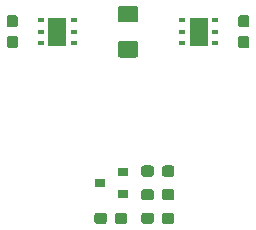
<source format=gbr>
G04 #@! TF.GenerationSoftware,KiCad,Pcbnew,(5.1.0-0)*
G04 #@! TF.CreationDate,2020-01-05T16:35:46-08:00*
G04 #@! TF.ProjectId,sapflow_gauge,73617066-6c6f-4775-9f67-617567652e6b,rev?*
G04 #@! TF.SameCoordinates,Original*
G04 #@! TF.FileFunction,Paste,Top*
G04 #@! TF.FilePolarity,Positive*
%FSLAX46Y46*%
G04 Gerber Fmt 4.6, Leading zero omitted, Abs format (unit mm)*
G04 Created by KiCad (PCBNEW (5.1.0-0)) date 2020-01-05 16:35:46*
%MOMM*%
%LPD*%
G04 APERTURE LIST*
%ADD10C,0.100000*%
%ADD11C,0.950000*%
%ADD12R,0.900000X0.800000*%
%ADD13R,1.500000X2.400000*%
%ADD14R,0.600000X0.400000*%
%ADD15C,1.425000*%
G04 APERTURE END LIST*
D10*
G36*
X110460779Y-106596144D02*
G01*
X110483834Y-106599563D01*
X110506443Y-106605227D01*
X110528387Y-106613079D01*
X110549457Y-106623044D01*
X110569448Y-106635026D01*
X110588168Y-106648910D01*
X110605438Y-106664562D01*
X110621090Y-106681832D01*
X110634974Y-106700552D01*
X110646956Y-106720543D01*
X110656921Y-106741613D01*
X110664773Y-106763557D01*
X110670437Y-106786166D01*
X110673856Y-106809221D01*
X110675000Y-106832500D01*
X110675000Y-107407500D01*
X110673856Y-107430779D01*
X110670437Y-107453834D01*
X110664773Y-107476443D01*
X110656921Y-107498387D01*
X110646956Y-107519457D01*
X110634974Y-107539448D01*
X110621090Y-107558168D01*
X110605438Y-107575438D01*
X110588168Y-107591090D01*
X110569448Y-107604974D01*
X110549457Y-107616956D01*
X110528387Y-107626921D01*
X110506443Y-107634773D01*
X110483834Y-107640437D01*
X110460779Y-107643856D01*
X110437500Y-107645000D01*
X109962500Y-107645000D01*
X109939221Y-107643856D01*
X109916166Y-107640437D01*
X109893557Y-107634773D01*
X109871613Y-107626921D01*
X109850543Y-107616956D01*
X109830552Y-107604974D01*
X109811832Y-107591090D01*
X109794562Y-107575438D01*
X109778910Y-107558168D01*
X109765026Y-107539448D01*
X109753044Y-107519457D01*
X109743079Y-107498387D01*
X109735227Y-107476443D01*
X109729563Y-107453834D01*
X109726144Y-107430779D01*
X109725000Y-107407500D01*
X109725000Y-106832500D01*
X109726144Y-106809221D01*
X109729563Y-106786166D01*
X109735227Y-106763557D01*
X109743079Y-106741613D01*
X109753044Y-106720543D01*
X109765026Y-106700552D01*
X109778910Y-106681832D01*
X109794562Y-106664562D01*
X109811832Y-106648910D01*
X109830552Y-106635026D01*
X109850543Y-106623044D01*
X109871613Y-106613079D01*
X109893557Y-106605227D01*
X109916166Y-106599563D01*
X109939221Y-106596144D01*
X109962500Y-106595000D01*
X110437500Y-106595000D01*
X110460779Y-106596144D01*
X110460779Y-106596144D01*
G37*
D11*
X110200000Y-107120000D03*
D10*
G36*
X110460779Y-108346144D02*
G01*
X110483834Y-108349563D01*
X110506443Y-108355227D01*
X110528387Y-108363079D01*
X110549457Y-108373044D01*
X110569448Y-108385026D01*
X110588168Y-108398910D01*
X110605438Y-108414562D01*
X110621090Y-108431832D01*
X110634974Y-108450552D01*
X110646956Y-108470543D01*
X110656921Y-108491613D01*
X110664773Y-108513557D01*
X110670437Y-108536166D01*
X110673856Y-108559221D01*
X110675000Y-108582500D01*
X110675000Y-109157500D01*
X110673856Y-109180779D01*
X110670437Y-109203834D01*
X110664773Y-109226443D01*
X110656921Y-109248387D01*
X110646956Y-109269457D01*
X110634974Y-109289448D01*
X110621090Y-109308168D01*
X110605438Y-109325438D01*
X110588168Y-109341090D01*
X110569448Y-109354974D01*
X110549457Y-109366956D01*
X110528387Y-109376921D01*
X110506443Y-109384773D01*
X110483834Y-109390437D01*
X110460779Y-109393856D01*
X110437500Y-109395000D01*
X109962500Y-109395000D01*
X109939221Y-109393856D01*
X109916166Y-109390437D01*
X109893557Y-109384773D01*
X109871613Y-109376921D01*
X109850543Y-109366956D01*
X109830552Y-109354974D01*
X109811832Y-109341090D01*
X109794562Y-109325438D01*
X109778910Y-109308168D01*
X109765026Y-109289448D01*
X109753044Y-109269457D01*
X109743079Y-109248387D01*
X109735227Y-109226443D01*
X109729563Y-109203834D01*
X109726144Y-109180779D01*
X109725000Y-109157500D01*
X109725000Y-108582500D01*
X109726144Y-108559221D01*
X109729563Y-108536166D01*
X109735227Y-108513557D01*
X109743079Y-108491613D01*
X109753044Y-108470543D01*
X109765026Y-108450552D01*
X109778910Y-108431832D01*
X109794562Y-108414562D01*
X109811832Y-108398910D01*
X109830552Y-108385026D01*
X109850543Y-108373044D01*
X109871613Y-108363079D01*
X109893557Y-108355227D01*
X109916166Y-108349563D01*
X109939221Y-108346144D01*
X109962500Y-108345000D01*
X110437500Y-108345000D01*
X110460779Y-108346144D01*
X110460779Y-108346144D01*
G37*
D11*
X110200000Y-108870000D03*
D10*
G36*
X130060779Y-108346144D02*
G01*
X130083834Y-108349563D01*
X130106443Y-108355227D01*
X130128387Y-108363079D01*
X130149457Y-108373044D01*
X130169448Y-108385026D01*
X130188168Y-108398910D01*
X130205438Y-108414562D01*
X130221090Y-108431832D01*
X130234974Y-108450552D01*
X130246956Y-108470543D01*
X130256921Y-108491613D01*
X130264773Y-108513557D01*
X130270437Y-108536166D01*
X130273856Y-108559221D01*
X130275000Y-108582500D01*
X130275000Y-109157500D01*
X130273856Y-109180779D01*
X130270437Y-109203834D01*
X130264773Y-109226443D01*
X130256921Y-109248387D01*
X130246956Y-109269457D01*
X130234974Y-109289448D01*
X130221090Y-109308168D01*
X130205438Y-109325438D01*
X130188168Y-109341090D01*
X130169448Y-109354974D01*
X130149457Y-109366956D01*
X130128387Y-109376921D01*
X130106443Y-109384773D01*
X130083834Y-109390437D01*
X130060779Y-109393856D01*
X130037500Y-109395000D01*
X129562500Y-109395000D01*
X129539221Y-109393856D01*
X129516166Y-109390437D01*
X129493557Y-109384773D01*
X129471613Y-109376921D01*
X129450543Y-109366956D01*
X129430552Y-109354974D01*
X129411832Y-109341090D01*
X129394562Y-109325438D01*
X129378910Y-109308168D01*
X129365026Y-109289448D01*
X129353044Y-109269457D01*
X129343079Y-109248387D01*
X129335227Y-109226443D01*
X129329563Y-109203834D01*
X129326144Y-109180779D01*
X129325000Y-109157500D01*
X129325000Y-108582500D01*
X129326144Y-108559221D01*
X129329563Y-108536166D01*
X129335227Y-108513557D01*
X129343079Y-108491613D01*
X129353044Y-108470543D01*
X129365026Y-108450552D01*
X129378910Y-108431832D01*
X129394562Y-108414562D01*
X129411832Y-108398910D01*
X129430552Y-108385026D01*
X129450543Y-108373044D01*
X129471613Y-108363079D01*
X129493557Y-108355227D01*
X129516166Y-108349563D01*
X129539221Y-108346144D01*
X129562500Y-108345000D01*
X130037500Y-108345000D01*
X130060779Y-108346144D01*
X130060779Y-108346144D01*
G37*
D11*
X129800000Y-108870000D03*
D10*
G36*
X130060779Y-106596144D02*
G01*
X130083834Y-106599563D01*
X130106443Y-106605227D01*
X130128387Y-106613079D01*
X130149457Y-106623044D01*
X130169448Y-106635026D01*
X130188168Y-106648910D01*
X130205438Y-106664562D01*
X130221090Y-106681832D01*
X130234974Y-106700552D01*
X130246956Y-106720543D01*
X130256921Y-106741613D01*
X130264773Y-106763557D01*
X130270437Y-106786166D01*
X130273856Y-106809221D01*
X130275000Y-106832500D01*
X130275000Y-107407500D01*
X130273856Y-107430779D01*
X130270437Y-107453834D01*
X130264773Y-107476443D01*
X130256921Y-107498387D01*
X130246956Y-107519457D01*
X130234974Y-107539448D01*
X130221090Y-107558168D01*
X130205438Y-107575438D01*
X130188168Y-107591090D01*
X130169448Y-107604974D01*
X130149457Y-107616956D01*
X130128387Y-107626921D01*
X130106443Y-107634773D01*
X130083834Y-107640437D01*
X130060779Y-107643856D01*
X130037500Y-107645000D01*
X129562500Y-107645000D01*
X129539221Y-107643856D01*
X129516166Y-107640437D01*
X129493557Y-107634773D01*
X129471613Y-107626921D01*
X129450543Y-107616956D01*
X129430552Y-107604974D01*
X129411832Y-107591090D01*
X129394562Y-107575438D01*
X129378910Y-107558168D01*
X129365026Y-107539448D01*
X129353044Y-107519457D01*
X129343079Y-107498387D01*
X129335227Y-107476443D01*
X129329563Y-107453834D01*
X129326144Y-107430779D01*
X129325000Y-107407500D01*
X129325000Y-106832500D01*
X129326144Y-106809221D01*
X129329563Y-106786166D01*
X129335227Y-106763557D01*
X129343079Y-106741613D01*
X129353044Y-106720543D01*
X129365026Y-106700552D01*
X129378910Y-106681832D01*
X129394562Y-106664562D01*
X129411832Y-106648910D01*
X129430552Y-106635026D01*
X129450543Y-106623044D01*
X129471613Y-106613079D01*
X129493557Y-106605227D01*
X129516166Y-106599563D01*
X129539221Y-106596144D01*
X129562500Y-106595000D01*
X130037500Y-106595000D01*
X130060779Y-106596144D01*
X130060779Y-106596144D01*
G37*
D11*
X129800000Y-107120000D03*
D12*
X119600000Y-121770000D03*
X119600000Y-119870000D03*
X117600000Y-120820000D03*
D10*
G36*
X123710779Y-123326144D02*
G01*
X123733834Y-123329563D01*
X123756443Y-123335227D01*
X123778387Y-123343079D01*
X123799457Y-123353044D01*
X123819448Y-123365026D01*
X123838168Y-123378910D01*
X123855438Y-123394562D01*
X123871090Y-123411832D01*
X123884974Y-123430552D01*
X123896956Y-123450543D01*
X123906921Y-123471613D01*
X123914773Y-123493557D01*
X123920437Y-123516166D01*
X123923856Y-123539221D01*
X123925000Y-123562500D01*
X123925000Y-124037500D01*
X123923856Y-124060779D01*
X123920437Y-124083834D01*
X123914773Y-124106443D01*
X123906921Y-124128387D01*
X123896956Y-124149457D01*
X123884974Y-124169448D01*
X123871090Y-124188168D01*
X123855438Y-124205438D01*
X123838168Y-124221090D01*
X123819448Y-124234974D01*
X123799457Y-124246956D01*
X123778387Y-124256921D01*
X123756443Y-124264773D01*
X123733834Y-124270437D01*
X123710779Y-124273856D01*
X123687500Y-124275000D01*
X123112500Y-124275000D01*
X123089221Y-124273856D01*
X123066166Y-124270437D01*
X123043557Y-124264773D01*
X123021613Y-124256921D01*
X123000543Y-124246956D01*
X122980552Y-124234974D01*
X122961832Y-124221090D01*
X122944562Y-124205438D01*
X122928910Y-124188168D01*
X122915026Y-124169448D01*
X122903044Y-124149457D01*
X122893079Y-124128387D01*
X122885227Y-124106443D01*
X122879563Y-124083834D01*
X122876144Y-124060779D01*
X122875000Y-124037500D01*
X122875000Y-123562500D01*
X122876144Y-123539221D01*
X122879563Y-123516166D01*
X122885227Y-123493557D01*
X122893079Y-123471613D01*
X122903044Y-123450543D01*
X122915026Y-123430552D01*
X122928910Y-123411832D01*
X122944562Y-123394562D01*
X122961832Y-123378910D01*
X122980552Y-123365026D01*
X123000543Y-123353044D01*
X123021613Y-123343079D01*
X123043557Y-123335227D01*
X123066166Y-123329563D01*
X123089221Y-123326144D01*
X123112500Y-123325000D01*
X123687500Y-123325000D01*
X123710779Y-123326144D01*
X123710779Y-123326144D01*
G37*
D11*
X123400000Y-123800000D03*
D10*
G36*
X121960779Y-123326144D02*
G01*
X121983834Y-123329563D01*
X122006443Y-123335227D01*
X122028387Y-123343079D01*
X122049457Y-123353044D01*
X122069448Y-123365026D01*
X122088168Y-123378910D01*
X122105438Y-123394562D01*
X122121090Y-123411832D01*
X122134974Y-123430552D01*
X122146956Y-123450543D01*
X122156921Y-123471613D01*
X122164773Y-123493557D01*
X122170437Y-123516166D01*
X122173856Y-123539221D01*
X122175000Y-123562500D01*
X122175000Y-124037500D01*
X122173856Y-124060779D01*
X122170437Y-124083834D01*
X122164773Y-124106443D01*
X122156921Y-124128387D01*
X122146956Y-124149457D01*
X122134974Y-124169448D01*
X122121090Y-124188168D01*
X122105438Y-124205438D01*
X122088168Y-124221090D01*
X122069448Y-124234974D01*
X122049457Y-124246956D01*
X122028387Y-124256921D01*
X122006443Y-124264773D01*
X121983834Y-124270437D01*
X121960779Y-124273856D01*
X121937500Y-124275000D01*
X121362500Y-124275000D01*
X121339221Y-124273856D01*
X121316166Y-124270437D01*
X121293557Y-124264773D01*
X121271613Y-124256921D01*
X121250543Y-124246956D01*
X121230552Y-124234974D01*
X121211832Y-124221090D01*
X121194562Y-124205438D01*
X121178910Y-124188168D01*
X121165026Y-124169448D01*
X121153044Y-124149457D01*
X121143079Y-124128387D01*
X121135227Y-124106443D01*
X121129563Y-124083834D01*
X121126144Y-124060779D01*
X121125000Y-124037500D01*
X121125000Y-123562500D01*
X121126144Y-123539221D01*
X121129563Y-123516166D01*
X121135227Y-123493557D01*
X121143079Y-123471613D01*
X121153044Y-123450543D01*
X121165026Y-123430552D01*
X121178910Y-123411832D01*
X121194562Y-123394562D01*
X121211832Y-123378910D01*
X121230552Y-123365026D01*
X121250543Y-123353044D01*
X121271613Y-123343079D01*
X121293557Y-123335227D01*
X121316166Y-123329563D01*
X121339221Y-123326144D01*
X121362500Y-123325000D01*
X121937500Y-123325000D01*
X121960779Y-123326144D01*
X121960779Y-123326144D01*
G37*
D11*
X121650000Y-123800000D03*
D10*
G36*
X117985779Y-123326144D02*
G01*
X118008834Y-123329563D01*
X118031443Y-123335227D01*
X118053387Y-123343079D01*
X118074457Y-123353044D01*
X118094448Y-123365026D01*
X118113168Y-123378910D01*
X118130438Y-123394562D01*
X118146090Y-123411832D01*
X118159974Y-123430552D01*
X118171956Y-123450543D01*
X118181921Y-123471613D01*
X118189773Y-123493557D01*
X118195437Y-123516166D01*
X118198856Y-123539221D01*
X118200000Y-123562500D01*
X118200000Y-124037500D01*
X118198856Y-124060779D01*
X118195437Y-124083834D01*
X118189773Y-124106443D01*
X118181921Y-124128387D01*
X118171956Y-124149457D01*
X118159974Y-124169448D01*
X118146090Y-124188168D01*
X118130438Y-124205438D01*
X118113168Y-124221090D01*
X118094448Y-124234974D01*
X118074457Y-124246956D01*
X118053387Y-124256921D01*
X118031443Y-124264773D01*
X118008834Y-124270437D01*
X117985779Y-124273856D01*
X117962500Y-124275000D01*
X117387500Y-124275000D01*
X117364221Y-124273856D01*
X117341166Y-124270437D01*
X117318557Y-124264773D01*
X117296613Y-124256921D01*
X117275543Y-124246956D01*
X117255552Y-124234974D01*
X117236832Y-124221090D01*
X117219562Y-124205438D01*
X117203910Y-124188168D01*
X117190026Y-124169448D01*
X117178044Y-124149457D01*
X117168079Y-124128387D01*
X117160227Y-124106443D01*
X117154563Y-124083834D01*
X117151144Y-124060779D01*
X117150000Y-124037500D01*
X117150000Y-123562500D01*
X117151144Y-123539221D01*
X117154563Y-123516166D01*
X117160227Y-123493557D01*
X117168079Y-123471613D01*
X117178044Y-123450543D01*
X117190026Y-123430552D01*
X117203910Y-123411832D01*
X117219562Y-123394562D01*
X117236832Y-123378910D01*
X117255552Y-123365026D01*
X117275543Y-123353044D01*
X117296613Y-123343079D01*
X117318557Y-123335227D01*
X117341166Y-123329563D01*
X117364221Y-123326144D01*
X117387500Y-123325000D01*
X117962500Y-123325000D01*
X117985779Y-123326144D01*
X117985779Y-123326144D01*
G37*
D11*
X117675000Y-123800000D03*
D10*
G36*
X119735779Y-123326144D02*
G01*
X119758834Y-123329563D01*
X119781443Y-123335227D01*
X119803387Y-123343079D01*
X119824457Y-123353044D01*
X119844448Y-123365026D01*
X119863168Y-123378910D01*
X119880438Y-123394562D01*
X119896090Y-123411832D01*
X119909974Y-123430552D01*
X119921956Y-123450543D01*
X119931921Y-123471613D01*
X119939773Y-123493557D01*
X119945437Y-123516166D01*
X119948856Y-123539221D01*
X119950000Y-123562500D01*
X119950000Y-124037500D01*
X119948856Y-124060779D01*
X119945437Y-124083834D01*
X119939773Y-124106443D01*
X119931921Y-124128387D01*
X119921956Y-124149457D01*
X119909974Y-124169448D01*
X119896090Y-124188168D01*
X119880438Y-124205438D01*
X119863168Y-124221090D01*
X119844448Y-124234974D01*
X119824457Y-124246956D01*
X119803387Y-124256921D01*
X119781443Y-124264773D01*
X119758834Y-124270437D01*
X119735779Y-124273856D01*
X119712500Y-124275000D01*
X119137500Y-124275000D01*
X119114221Y-124273856D01*
X119091166Y-124270437D01*
X119068557Y-124264773D01*
X119046613Y-124256921D01*
X119025543Y-124246956D01*
X119005552Y-124234974D01*
X118986832Y-124221090D01*
X118969562Y-124205438D01*
X118953910Y-124188168D01*
X118940026Y-124169448D01*
X118928044Y-124149457D01*
X118918079Y-124128387D01*
X118910227Y-124106443D01*
X118904563Y-124083834D01*
X118901144Y-124060779D01*
X118900000Y-124037500D01*
X118900000Y-123562500D01*
X118901144Y-123539221D01*
X118904563Y-123516166D01*
X118910227Y-123493557D01*
X118918079Y-123471613D01*
X118928044Y-123450543D01*
X118940026Y-123430552D01*
X118953910Y-123411832D01*
X118969562Y-123394562D01*
X118986832Y-123378910D01*
X119005552Y-123365026D01*
X119025543Y-123353044D01*
X119046613Y-123343079D01*
X119068557Y-123335227D01*
X119091166Y-123329563D01*
X119114221Y-123326144D01*
X119137500Y-123325000D01*
X119712500Y-123325000D01*
X119735779Y-123326144D01*
X119735779Y-123326144D01*
G37*
D11*
X119425000Y-123800000D03*
D10*
G36*
X123710779Y-121326144D02*
G01*
X123733834Y-121329563D01*
X123756443Y-121335227D01*
X123778387Y-121343079D01*
X123799457Y-121353044D01*
X123819448Y-121365026D01*
X123838168Y-121378910D01*
X123855438Y-121394562D01*
X123871090Y-121411832D01*
X123884974Y-121430552D01*
X123896956Y-121450543D01*
X123906921Y-121471613D01*
X123914773Y-121493557D01*
X123920437Y-121516166D01*
X123923856Y-121539221D01*
X123925000Y-121562500D01*
X123925000Y-122037500D01*
X123923856Y-122060779D01*
X123920437Y-122083834D01*
X123914773Y-122106443D01*
X123906921Y-122128387D01*
X123896956Y-122149457D01*
X123884974Y-122169448D01*
X123871090Y-122188168D01*
X123855438Y-122205438D01*
X123838168Y-122221090D01*
X123819448Y-122234974D01*
X123799457Y-122246956D01*
X123778387Y-122256921D01*
X123756443Y-122264773D01*
X123733834Y-122270437D01*
X123710779Y-122273856D01*
X123687500Y-122275000D01*
X123112500Y-122275000D01*
X123089221Y-122273856D01*
X123066166Y-122270437D01*
X123043557Y-122264773D01*
X123021613Y-122256921D01*
X123000543Y-122246956D01*
X122980552Y-122234974D01*
X122961832Y-122221090D01*
X122944562Y-122205438D01*
X122928910Y-122188168D01*
X122915026Y-122169448D01*
X122903044Y-122149457D01*
X122893079Y-122128387D01*
X122885227Y-122106443D01*
X122879563Y-122083834D01*
X122876144Y-122060779D01*
X122875000Y-122037500D01*
X122875000Y-121562500D01*
X122876144Y-121539221D01*
X122879563Y-121516166D01*
X122885227Y-121493557D01*
X122893079Y-121471613D01*
X122903044Y-121450543D01*
X122915026Y-121430552D01*
X122928910Y-121411832D01*
X122944562Y-121394562D01*
X122961832Y-121378910D01*
X122980552Y-121365026D01*
X123000543Y-121353044D01*
X123021613Y-121343079D01*
X123043557Y-121335227D01*
X123066166Y-121329563D01*
X123089221Y-121326144D01*
X123112500Y-121325000D01*
X123687500Y-121325000D01*
X123710779Y-121326144D01*
X123710779Y-121326144D01*
G37*
D11*
X123400000Y-121800000D03*
D10*
G36*
X121960779Y-121326144D02*
G01*
X121983834Y-121329563D01*
X122006443Y-121335227D01*
X122028387Y-121343079D01*
X122049457Y-121353044D01*
X122069448Y-121365026D01*
X122088168Y-121378910D01*
X122105438Y-121394562D01*
X122121090Y-121411832D01*
X122134974Y-121430552D01*
X122146956Y-121450543D01*
X122156921Y-121471613D01*
X122164773Y-121493557D01*
X122170437Y-121516166D01*
X122173856Y-121539221D01*
X122175000Y-121562500D01*
X122175000Y-122037500D01*
X122173856Y-122060779D01*
X122170437Y-122083834D01*
X122164773Y-122106443D01*
X122156921Y-122128387D01*
X122146956Y-122149457D01*
X122134974Y-122169448D01*
X122121090Y-122188168D01*
X122105438Y-122205438D01*
X122088168Y-122221090D01*
X122069448Y-122234974D01*
X122049457Y-122246956D01*
X122028387Y-122256921D01*
X122006443Y-122264773D01*
X121983834Y-122270437D01*
X121960779Y-122273856D01*
X121937500Y-122275000D01*
X121362500Y-122275000D01*
X121339221Y-122273856D01*
X121316166Y-122270437D01*
X121293557Y-122264773D01*
X121271613Y-122256921D01*
X121250543Y-122246956D01*
X121230552Y-122234974D01*
X121211832Y-122221090D01*
X121194562Y-122205438D01*
X121178910Y-122188168D01*
X121165026Y-122169448D01*
X121153044Y-122149457D01*
X121143079Y-122128387D01*
X121135227Y-122106443D01*
X121129563Y-122083834D01*
X121126144Y-122060779D01*
X121125000Y-122037500D01*
X121125000Y-121562500D01*
X121126144Y-121539221D01*
X121129563Y-121516166D01*
X121135227Y-121493557D01*
X121143079Y-121471613D01*
X121153044Y-121450543D01*
X121165026Y-121430552D01*
X121178910Y-121411832D01*
X121194562Y-121394562D01*
X121211832Y-121378910D01*
X121230552Y-121365026D01*
X121250543Y-121353044D01*
X121271613Y-121343079D01*
X121293557Y-121335227D01*
X121316166Y-121329563D01*
X121339221Y-121326144D01*
X121362500Y-121325000D01*
X121937500Y-121325000D01*
X121960779Y-121326144D01*
X121960779Y-121326144D01*
G37*
D11*
X121650000Y-121800000D03*
D10*
G36*
X123710779Y-119326144D02*
G01*
X123733834Y-119329563D01*
X123756443Y-119335227D01*
X123778387Y-119343079D01*
X123799457Y-119353044D01*
X123819448Y-119365026D01*
X123838168Y-119378910D01*
X123855438Y-119394562D01*
X123871090Y-119411832D01*
X123884974Y-119430552D01*
X123896956Y-119450543D01*
X123906921Y-119471613D01*
X123914773Y-119493557D01*
X123920437Y-119516166D01*
X123923856Y-119539221D01*
X123925000Y-119562500D01*
X123925000Y-120037500D01*
X123923856Y-120060779D01*
X123920437Y-120083834D01*
X123914773Y-120106443D01*
X123906921Y-120128387D01*
X123896956Y-120149457D01*
X123884974Y-120169448D01*
X123871090Y-120188168D01*
X123855438Y-120205438D01*
X123838168Y-120221090D01*
X123819448Y-120234974D01*
X123799457Y-120246956D01*
X123778387Y-120256921D01*
X123756443Y-120264773D01*
X123733834Y-120270437D01*
X123710779Y-120273856D01*
X123687500Y-120275000D01*
X123112500Y-120275000D01*
X123089221Y-120273856D01*
X123066166Y-120270437D01*
X123043557Y-120264773D01*
X123021613Y-120256921D01*
X123000543Y-120246956D01*
X122980552Y-120234974D01*
X122961832Y-120221090D01*
X122944562Y-120205438D01*
X122928910Y-120188168D01*
X122915026Y-120169448D01*
X122903044Y-120149457D01*
X122893079Y-120128387D01*
X122885227Y-120106443D01*
X122879563Y-120083834D01*
X122876144Y-120060779D01*
X122875000Y-120037500D01*
X122875000Y-119562500D01*
X122876144Y-119539221D01*
X122879563Y-119516166D01*
X122885227Y-119493557D01*
X122893079Y-119471613D01*
X122903044Y-119450543D01*
X122915026Y-119430552D01*
X122928910Y-119411832D01*
X122944562Y-119394562D01*
X122961832Y-119378910D01*
X122980552Y-119365026D01*
X123000543Y-119353044D01*
X123021613Y-119343079D01*
X123043557Y-119335227D01*
X123066166Y-119329563D01*
X123089221Y-119326144D01*
X123112500Y-119325000D01*
X123687500Y-119325000D01*
X123710779Y-119326144D01*
X123710779Y-119326144D01*
G37*
D11*
X123400000Y-119800000D03*
D10*
G36*
X121960779Y-119326144D02*
G01*
X121983834Y-119329563D01*
X122006443Y-119335227D01*
X122028387Y-119343079D01*
X122049457Y-119353044D01*
X122069448Y-119365026D01*
X122088168Y-119378910D01*
X122105438Y-119394562D01*
X122121090Y-119411832D01*
X122134974Y-119430552D01*
X122146956Y-119450543D01*
X122156921Y-119471613D01*
X122164773Y-119493557D01*
X122170437Y-119516166D01*
X122173856Y-119539221D01*
X122175000Y-119562500D01*
X122175000Y-120037500D01*
X122173856Y-120060779D01*
X122170437Y-120083834D01*
X122164773Y-120106443D01*
X122156921Y-120128387D01*
X122146956Y-120149457D01*
X122134974Y-120169448D01*
X122121090Y-120188168D01*
X122105438Y-120205438D01*
X122088168Y-120221090D01*
X122069448Y-120234974D01*
X122049457Y-120246956D01*
X122028387Y-120256921D01*
X122006443Y-120264773D01*
X121983834Y-120270437D01*
X121960779Y-120273856D01*
X121937500Y-120275000D01*
X121362500Y-120275000D01*
X121339221Y-120273856D01*
X121316166Y-120270437D01*
X121293557Y-120264773D01*
X121271613Y-120256921D01*
X121250543Y-120246956D01*
X121230552Y-120234974D01*
X121211832Y-120221090D01*
X121194562Y-120205438D01*
X121178910Y-120188168D01*
X121165026Y-120169448D01*
X121153044Y-120149457D01*
X121143079Y-120128387D01*
X121135227Y-120106443D01*
X121129563Y-120083834D01*
X121126144Y-120060779D01*
X121125000Y-120037500D01*
X121125000Y-119562500D01*
X121126144Y-119539221D01*
X121129563Y-119516166D01*
X121135227Y-119493557D01*
X121143079Y-119471613D01*
X121153044Y-119450543D01*
X121165026Y-119430552D01*
X121178910Y-119411832D01*
X121194562Y-119394562D01*
X121211832Y-119378910D01*
X121230552Y-119365026D01*
X121250543Y-119353044D01*
X121271613Y-119343079D01*
X121293557Y-119335227D01*
X121316166Y-119329563D01*
X121339221Y-119326144D01*
X121362500Y-119325000D01*
X121937500Y-119325000D01*
X121960779Y-119326144D01*
X121960779Y-119326144D01*
G37*
D11*
X121650000Y-119800000D03*
D13*
X126000000Y-107990000D03*
D14*
X127400000Y-108940000D03*
X127400000Y-107990000D03*
X127400000Y-107040000D03*
X124600000Y-107040000D03*
X124600000Y-107990000D03*
X124600000Y-108940000D03*
X115400000Y-107050000D03*
X115400000Y-108000000D03*
X115400000Y-108950000D03*
X112600000Y-108950000D03*
X112600000Y-108000000D03*
X112600000Y-107050000D03*
D13*
X114000000Y-108000000D03*
D10*
G36*
X120649504Y-108771204D02*
G01*
X120673773Y-108774804D01*
X120697571Y-108780765D01*
X120720671Y-108789030D01*
X120742849Y-108799520D01*
X120763893Y-108812133D01*
X120783598Y-108826747D01*
X120801777Y-108843223D01*
X120818253Y-108861402D01*
X120832867Y-108881107D01*
X120845480Y-108902151D01*
X120855970Y-108924329D01*
X120864235Y-108947429D01*
X120870196Y-108971227D01*
X120873796Y-108995496D01*
X120875000Y-109020000D01*
X120875000Y-109945000D01*
X120873796Y-109969504D01*
X120870196Y-109993773D01*
X120864235Y-110017571D01*
X120855970Y-110040671D01*
X120845480Y-110062849D01*
X120832867Y-110083893D01*
X120818253Y-110103598D01*
X120801777Y-110121777D01*
X120783598Y-110138253D01*
X120763893Y-110152867D01*
X120742849Y-110165480D01*
X120720671Y-110175970D01*
X120697571Y-110184235D01*
X120673773Y-110190196D01*
X120649504Y-110193796D01*
X120625000Y-110195000D01*
X119375000Y-110195000D01*
X119350496Y-110193796D01*
X119326227Y-110190196D01*
X119302429Y-110184235D01*
X119279329Y-110175970D01*
X119257151Y-110165480D01*
X119236107Y-110152867D01*
X119216402Y-110138253D01*
X119198223Y-110121777D01*
X119181747Y-110103598D01*
X119167133Y-110083893D01*
X119154520Y-110062849D01*
X119144030Y-110040671D01*
X119135765Y-110017571D01*
X119129804Y-109993773D01*
X119126204Y-109969504D01*
X119125000Y-109945000D01*
X119125000Y-109020000D01*
X119126204Y-108995496D01*
X119129804Y-108971227D01*
X119135765Y-108947429D01*
X119144030Y-108924329D01*
X119154520Y-108902151D01*
X119167133Y-108881107D01*
X119181747Y-108861402D01*
X119198223Y-108843223D01*
X119216402Y-108826747D01*
X119236107Y-108812133D01*
X119257151Y-108799520D01*
X119279329Y-108789030D01*
X119302429Y-108780765D01*
X119326227Y-108774804D01*
X119350496Y-108771204D01*
X119375000Y-108770000D01*
X120625000Y-108770000D01*
X120649504Y-108771204D01*
X120649504Y-108771204D01*
G37*
D15*
X120000000Y-109482500D03*
D10*
G36*
X120649504Y-105796204D02*
G01*
X120673773Y-105799804D01*
X120697571Y-105805765D01*
X120720671Y-105814030D01*
X120742849Y-105824520D01*
X120763893Y-105837133D01*
X120783598Y-105851747D01*
X120801777Y-105868223D01*
X120818253Y-105886402D01*
X120832867Y-105906107D01*
X120845480Y-105927151D01*
X120855970Y-105949329D01*
X120864235Y-105972429D01*
X120870196Y-105996227D01*
X120873796Y-106020496D01*
X120875000Y-106045000D01*
X120875000Y-106970000D01*
X120873796Y-106994504D01*
X120870196Y-107018773D01*
X120864235Y-107042571D01*
X120855970Y-107065671D01*
X120845480Y-107087849D01*
X120832867Y-107108893D01*
X120818253Y-107128598D01*
X120801777Y-107146777D01*
X120783598Y-107163253D01*
X120763893Y-107177867D01*
X120742849Y-107190480D01*
X120720671Y-107200970D01*
X120697571Y-107209235D01*
X120673773Y-107215196D01*
X120649504Y-107218796D01*
X120625000Y-107220000D01*
X119375000Y-107220000D01*
X119350496Y-107218796D01*
X119326227Y-107215196D01*
X119302429Y-107209235D01*
X119279329Y-107200970D01*
X119257151Y-107190480D01*
X119236107Y-107177867D01*
X119216402Y-107163253D01*
X119198223Y-107146777D01*
X119181747Y-107128598D01*
X119167133Y-107108893D01*
X119154520Y-107087849D01*
X119144030Y-107065671D01*
X119135765Y-107042571D01*
X119129804Y-107018773D01*
X119126204Y-106994504D01*
X119125000Y-106970000D01*
X119125000Y-106045000D01*
X119126204Y-106020496D01*
X119129804Y-105996227D01*
X119135765Y-105972429D01*
X119144030Y-105949329D01*
X119154520Y-105927151D01*
X119167133Y-105906107D01*
X119181747Y-105886402D01*
X119198223Y-105868223D01*
X119216402Y-105851747D01*
X119236107Y-105837133D01*
X119257151Y-105824520D01*
X119279329Y-105814030D01*
X119302429Y-105805765D01*
X119326227Y-105799804D01*
X119350496Y-105796204D01*
X119375000Y-105795000D01*
X120625000Y-105795000D01*
X120649504Y-105796204D01*
X120649504Y-105796204D01*
G37*
D15*
X120000000Y-106507500D03*
M02*

</source>
